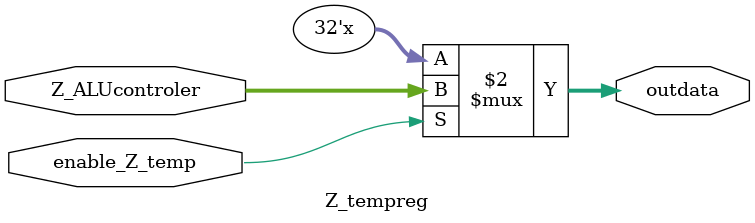
<source format=v>
`timescale 1ns / 1ps
module Z_tempreg(input enable_Z_temp,input [31:0]Z_ALUcontroler,output reg [31:0]outdata);
always@(*)begin if(enable_Z_temp)outdata<=Z_ALUcontroler;end endmodule
</source>
